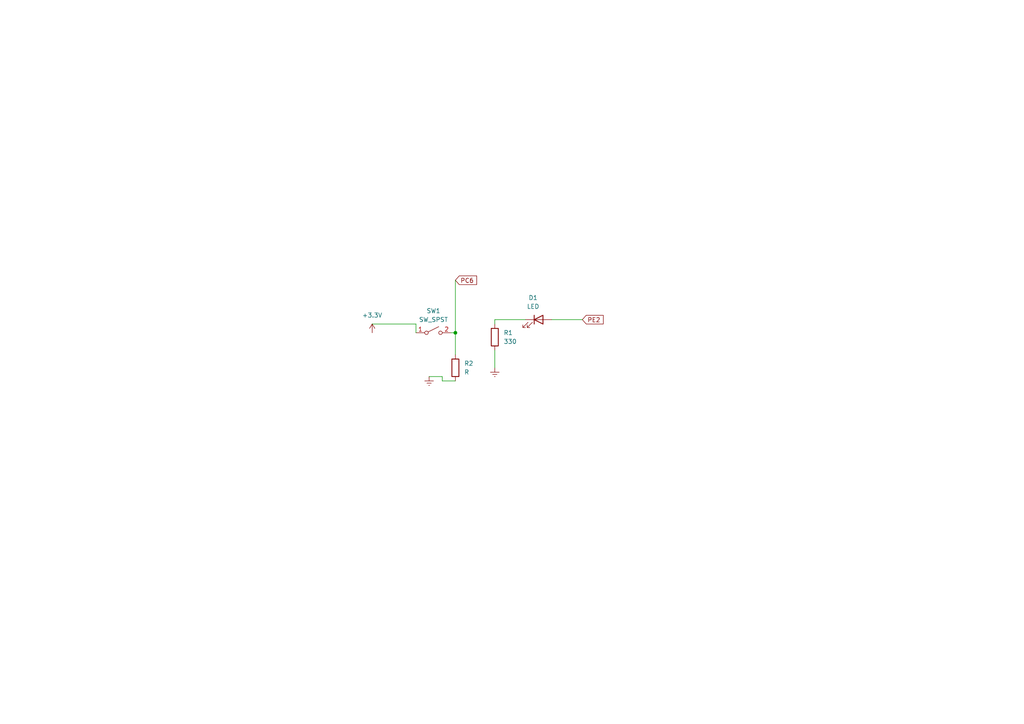
<source format=kicad_sch>
(kicad_sch (version 20230121) (generator eeschema)
  (paper "A4")
  (lib_symbols
    (symbol "Device:LED" (pin_numbers hide) (pin_names (offset 1.016) hide)
      (property "Reference" "D" (at 0 2.54 0))
      (property "Value" "LED" (at 0 -2.54 0))
      (symbol "LED_0_1"
        (polyline (pts (xy -1.27 -1.27) (xy -1.27 1.27)) (stroke (width 0.254)))
        (polyline (pts (xy -1.27 0) (xy 1.27 0)))
        (polyline (pts (xy 1.27 -1.27) (xy 1.27 1.27) (xy -1.27 0) (xy 1.27 -1.27)) (stroke (width 0.254)))
        (polyline (pts (xy -3.048 -0.762) (xy -4.572 -2.286) (xy -3.81 -2.286) (xy -4.572 -2.286) (xy -4.572 -1.524)))
        (polyline (pts (xy -1.778 -0.762) (xy -3.302 -2.286) (xy -2.54 -2.286) (xy -3.302 -2.286) (xy -3.302 -1.524)))
      )
      (symbol "LED_1_1"
        (pin passive line (at -3.81 0 0) (length 2.54) (name "K") (number "1"))
        (pin passive line (at 3.81 0 180) (length 2.54) (name "A") (number "2"))
      )
    )
    (symbol "Device:R" (pin_numbers hide) (pin_names (offset 0))
      (property "Reference" "R" (at 2.032 0 90))
      (property "Value" "R" (at 0 0 90))
      (symbol "R_0_1"
        (rectangle (start -1.016 -2.54) (end 1.016 2.54) (stroke (width 0.254)))
      )
      (symbol "R_1_1"
        (pin passive line (at 0 3.81 270) (length 1.27) (name "~") (number "1"))
        (pin passive line (at 0 -3.81 90) (length 1.27) (name "~") (number "2"))
      )
    )
    (symbol "Switch:SW_SPST" (pin_names (offset 0) hide)
      (property "Reference" "SW" (at 0 3.175 0))
      (property "Value" "SW_SPST" (at 0 -2.54 0))
      (symbol "SW_SPST_0_0"
        (circle (center -2.032 0) (radius 0.508))
        (polyline (pts (xy -1.524 0.254) (xy 1.524 1.778)))
        (circle (center 2.032 0) (radius 0.508))
      )
      (symbol "SW_SPST_1_1"
        (pin passive line (at -5.08 0 0) (length 2.54) (name "A") (number "1"))
        (pin passive line (at 5.08 0 180) (length 2.54) (name "B") (number "2"))
      )
    )
    (symbol "power:+3.3V" (power) (pin_names (offset 0))
      (property "Value" "+3.3V" (at 0 3.556 0))
      (symbol "+3.3V_0_1"
        (polyline (pts (xy -0.762 1.27) (xy 0 2.54)))
        (polyline (pts (xy 0 0) (xy 0 2.54)))
        (polyline (pts (xy 0 2.54) (xy 0.762 1.27)))
      )
      (symbol "+3.3V_1_1"
        (pin power_in line (at 0 0 90) (length 0) hide (name "+3.3V") (number "1"))
      )
    )
    (symbol "power:Earth" (power) (pin_names (offset 0))
      (symbol "Earth_0_1"
        (polyline (pts (xy -0.635 -1.905) (xy 0.635 -1.905)))
        (polyline (pts (xy -0.127 -2.54) (xy 0.127 -2.54)))
        (polyline (pts (xy 0 -1.27) (xy 0 0)))
        (polyline (pts (xy 1.27 -1.27) (xy -1.27 -1.27)))
      )
      (symbol "Earth_1_1"
        (pin power_in line (at 0 0 270) (length 0) hide (name "Earth") (number "1"))
      )
    )
  )
  (junction (at 132.08 96.52))
  (wire (pts (xy 152.4 92.71) (xy 143.51 92.71)))
  (wire (pts (xy 120.65 93.98) (xy 120.65 96.52)))
  (wire (pts (xy 160.02 92.71) (xy 168.91 92.71)))
  (wire (pts (xy 143.51 101.6) (xy 143.51 106.68)))
  (wire (pts (xy 143.51 92.71) (xy 143.51 93.98)))
  (wire (pts (xy 132.08 81.28) (xy 132.08 96.52)))
  (wire (pts (xy 128.27 109.22) (xy 128.27 110.49)))
  (wire (pts (xy 124.46 109.22) (xy 128.27 109.22)))
  (wire (pts (xy 107.95 93.98) (xy 120.65 93.98)))
  (wire (pts (xy 132.08 102.87) (xy 132.08 96.52)))
  (wire (pts (xy 130.81 96.52) (xy 132.08 96.52)))
  (wire (pts (xy 128.27 110.49) (xy 132.08 110.49)))
  (global_label "PC6" (shape input) (at 132.08 81.28 0) (property "Intersheetrefs" "${INTERSHEET_REFS}" (effects hide)))
  (global_label "PE2" (shape input) (at 168.91 92.71 0) (property "Intersheetrefs" "${INTERSHEET_REFS}" (effects hide)))
  (symbol (lib_id "Switch:SW_SPST") (at 125.73 96.52 0) (unit 1)
    (property "Reference" "SW1" (at 125.73 90.17 0))
    (property "Value" "SW_SPST" (at 125.73 92.71 0))
  )
  (symbol (lib_id "Device:R") (at 143.51 97.79 0) (unit 1)
    (property "Reference" "R1" (at 146.05 96.52 0) (effects (justify left)))
    (property "Value" "330" (at 146.05 99.06 0) (effects (justify left)))
  )
  (symbol (lib_id "power:Earth") (at 124.46 109.22 0) (unit 1)
    (property "Reference" "#PWR01" (effects hide))
    (property "Value" "Earth" (effects hide))
  )
  (symbol (lib_id "power:+3.3V") (at 107.95 96.52 0) (unit 1)
    (property "Reference" "#PWR03" (effects hide))
    (property "Value" "+3.3V" (at 107.95 91.44 0))
  )
  (symbol (lib_id "power:Earth") (at 143.51 106.68 0) (unit 1)
    (property "Reference" "#PWR02" (effects hide))
    (property "Value" "Earth" (effects hide))
  )
  (symbol (lib_id "Device:R") (at 132.08 106.68 0) (unit 1)
    (property "Reference" "R2" (at 134.62 105.41 0) (effects (justify left)))
    (property "Value" "R" (at 134.62 107.95 0) (effects (justify left)))
  )
  (symbol (lib_id "Device:LED") (at 156.21 92.71 0) (unit 1)
    (property "Reference" "D1" (at 154.6225 86.36 0))
    (property "Value" "LED" (at 154.6225 88.9 0))
  )
)
</source>
